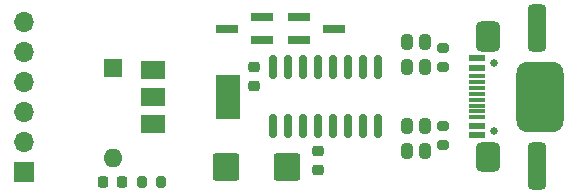
<source format=gbr>
%TF.GenerationSoftware,KiCad,Pcbnew,6.0.11+dfsg-1~bpo11+1*%
%TF.CreationDate,2024-03-27T15:17:51-04:00*%
%TF.ProjectId,Tool - ESP Module Flasher,546f6f6c-202d-4204-9553-50204d6f6475,1.0.0*%
%TF.SameCoordinates,Original*%
%TF.FileFunction,Soldermask,Top*%
%TF.FilePolarity,Negative*%
%FSLAX46Y46*%
G04 Gerber Fmt 4.6, Leading zero omitted, Abs format (unit mm)*
G04 Created by KiCad (PCBNEW 6.0.11+dfsg-1~bpo11+1) date 2024-03-27 15:17:51*
%MOMM*%
%LPD*%
G01*
G04 APERTURE LIST*
G04 Aperture macros list*
%AMRoundRect*
0 Rectangle with rounded corners*
0 $1 Rounding radius*
0 $2 $3 $4 $5 $6 $7 $8 $9 X,Y pos of 4 corners*
0 Add a 4 corners polygon primitive as box body*
4,1,4,$2,$3,$4,$5,$6,$7,$8,$9,$2,$3,0*
0 Add four circle primitives for the rounded corners*
1,1,$1+$1,$2,$3*
1,1,$1+$1,$4,$5*
1,1,$1+$1,$6,$7*
1,1,$1+$1,$8,$9*
0 Add four rect primitives between the rounded corners*
20,1,$1+$1,$2,$3,$4,$5,0*
20,1,$1+$1,$4,$5,$6,$7,0*
20,1,$1+$1,$6,$7,$8,$9,0*
20,1,$1+$1,$8,$9,$2,$3,0*%
G04 Aperture macros list end*
%ADD10R,1.900000X0.800000*%
%ADD11R,1.700000X1.700000*%
%ADD12O,1.700000X1.700000*%
%ADD13RoundRect,0.200000X0.275000X-0.200000X0.275000X0.200000X-0.275000X0.200000X-0.275000X-0.200000X0*%
%ADD14RoundRect,0.200000X-0.275000X0.200000X-0.275000X-0.200000X0.275000X-0.200000X0.275000X0.200000X0*%
%ADD15RoundRect,0.218750X0.218750X0.256250X-0.218750X0.256250X-0.218750X-0.256250X0.218750X-0.256250X0*%
%ADD16RoundRect,0.225000X-0.250000X0.225000X-0.250000X-0.225000X0.250000X-0.225000X0.250000X0.225000X0*%
%ADD17C,0.650000*%
%ADD18R,1.450000X0.600000*%
%ADD19R,1.450000X0.300000*%
%ADD20O,2.100000X1.000000*%
%ADD21RoundRect,0.525000X0.525000X-0.725000X0.525000X0.725000X-0.525000X0.725000X-0.525000X-0.725000X0*%
%ADD22O,1.600000X1.000000*%
%ADD23RoundRect,0.400000X0.400000X-1.600000X0.400000X1.600000X-0.400000X1.600000X-0.400000X-1.600000X0*%
%ADD24RoundRect,1.000000X-1.000000X2.000000X-1.000000X-2.000000X1.000000X-2.000000X1.000000X2.000000X0*%
%ADD25RoundRect,0.237500X-0.237500X0.400000X-0.237500X-0.400000X0.237500X-0.400000X0.237500X0.400000X0*%
%ADD26RoundRect,0.237500X0.237500X-0.400000X0.237500X0.400000X-0.237500X0.400000X-0.237500X-0.400000X0*%
%ADD27RoundRect,0.250000X-0.875000X-0.925000X0.875000X-0.925000X0.875000X0.925000X-0.875000X0.925000X0*%
%ADD28RoundRect,0.150000X0.150000X-0.825000X0.150000X0.825000X-0.150000X0.825000X-0.150000X-0.825000X0*%
%ADD29RoundRect,0.200000X-0.200000X-0.275000X0.200000X-0.275000X0.200000X0.275000X-0.200000X0.275000X0*%
%ADD30R,1.600000X1.600000*%
%ADD31O,1.600000X1.600000*%
%ADD32R,2.000000X1.500000*%
%ADD33R,2.000000X3.800000*%
G04 APERTURE END LIST*
D10*
%TO.C,Q802*%
X124182000Y-95184000D03*
X124182000Y-93284000D03*
X121182000Y-94234000D03*
%TD*%
%TO.C,Q801*%
X127278000Y-93284000D03*
X127278000Y-95184000D03*
X130278000Y-94234000D03*
%TD*%
D11*
%TO.C,J802*%
X103986000Y-106350000D03*
D12*
X103986000Y-103810000D03*
X103986000Y-101270000D03*
X103986000Y-98730000D03*
X103986000Y-96190000D03*
X103986000Y-93650000D03*
%TD*%
D13*
%TO.C,R103*%
X139446000Y-97523000D03*
X139446000Y-95873000D03*
%TD*%
D14*
%TO.C,R102*%
X139446000Y-102477000D03*
X139446000Y-104127000D03*
%TD*%
D15*
%TO.C,D202*%
X112293500Y-107188000D03*
X110718500Y-107188000D03*
%TD*%
D16*
%TO.C,C302*%
X128905000Y-104635000D03*
X128905000Y-106185000D03*
%TD*%
D17*
%TO.C,J102*%
X143800000Y-97110000D03*
X143800000Y-102890000D03*
D18*
X142355000Y-103250000D03*
X142355000Y-102450000D03*
D19*
X142355000Y-101250000D03*
X142355000Y-100250000D03*
X142355000Y-99750000D03*
X142355000Y-98750000D03*
D18*
X142355000Y-97550000D03*
X142355000Y-96750000D03*
X142355000Y-96750000D03*
X142355000Y-97550000D03*
D19*
X142355000Y-98250000D03*
X142355000Y-99250000D03*
X142355000Y-100750000D03*
X142355000Y-101750000D03*
D18*
X142355000Y-102450000D03*
X142355000Y-103250000D03*
D20*
X143270000Y-104320000D03*
D21*
X143281795Y-105096965D03*
D22*
X147450000Y-95680000D03*
D23*
X147450000Y-94153035D03*
D24*
X147670000Y-100000000D03*
D22*
X147450000Y-104320000D03*
D23*
X147450000Y-105846965D03*
D21*
X143281795Y-94903035D03*
D20*
X143270000Y-95680000D03*
%TD*%
D16*
%TO.C,C303*%
X123444000Y-97523000D03*
X123444000Y-99073000D03*
%TD*%
D25*
%TO.C,D104*%
X137922000Y-102496000D03*
X137922000Y-104616000D03*
%TD*%
D26*
%TO.C,D105*%
X137922000Y-97504000D03*
X137922000Y-95384000D03*
%TD*%
D27*
%TO.C,C202*%
X121148000Y-105918000D03*
X126248000Y-105918000D03*
%TD*%
D26*
%TO.C,D103*%
X136398000Y-97504000D03*
X136398000Y-95384000D03*
%TD*%
D28*
%TO.C,U303*%
X125095000Y-102475000D03*
X126365000Y-102475000D03*
X127635000Y-102475000D03*
X128905000Y-102475000D03*
X130175000Y-102475000D03*
X131445000Y-102475000D03*
X132715000Y-102475000D03*
X133985000Y-102475000D03*
X133985000Y-97525000D03*
X132715000Y-97525000D03*
X131445000Y-97525000D03*
X130175000Y-97525000D03*
X128905000Y-97525000D03*
X127635000Y-97525000D03*
X126365000Y-97525000D03*
X125095000Y-97525000D03*
%TD*%
D25*
%TO.C,D102*%
X136398000Y-102496000D03*
X136398000Y-104616000D03*
%TD*%
D29*
%TO.C,R202*%
X113983000Y-107188000D03*
X115633000Y-107188000D03*
%TD*%
D30*
%TO.C,SW202*%
X111506000Y-97536000D03*
D31*
X111506000Y-105156000D03*
%TD*%
D32*
%TO.C,U202*%
X114960000Y-97700000D03*
D33*
X121260000Y-100000000D03*
D32*
X114960000Y-100000000D03*
X114960000Y-102300000D03*
%TD*%
M02*

</source>
